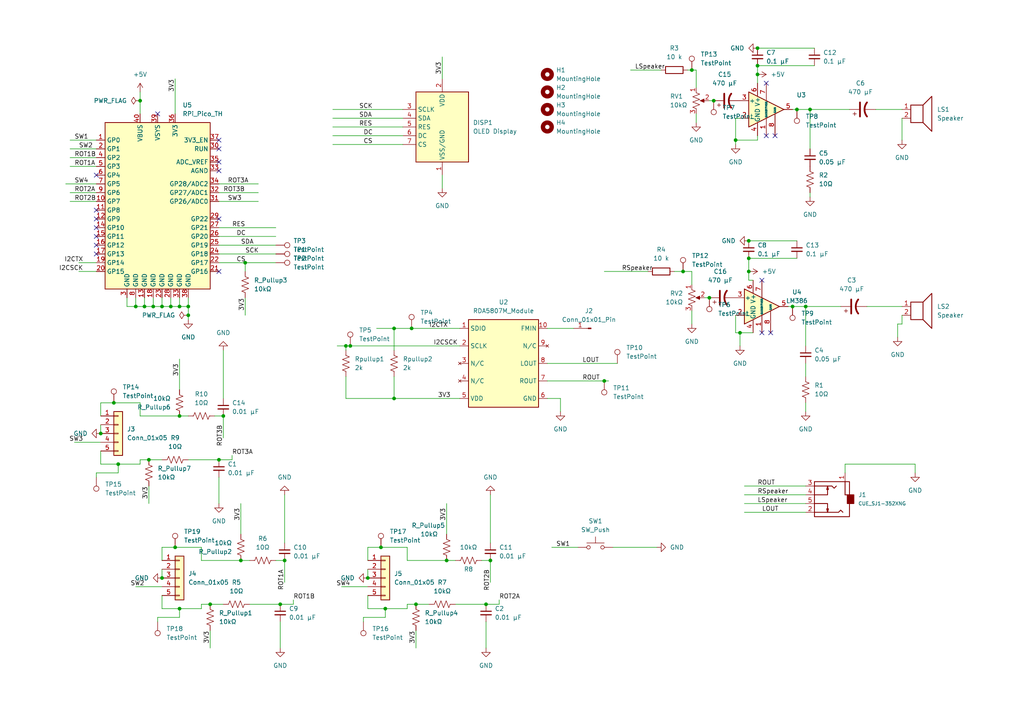
<source format=kicad_sch>
(kicad_sch (version 20250114) (generator "eeschema") (generator_version "9.0")
  (paper "A4")
  (title_block (title "Clock-Radio_Schematic") (date "2025-06-13") (rev "3"))
  (lib_symbols
    (symbol "Amplifier_Audio:LM386" (pin_names (offset 0.127))
      (property "Reference" "U" (at 1.27 7.62 0))
      (property "Value" "LM386" (at 1.27 5.08 0))
      (symbol "LM386_1_1"
        (pin input line (at -7.62 2.54 0) (length 2.54) (name "+") (number "3"))
        (pin input line (at -7.62 -2.54 0) (length 2.54) (name "-") (number "2"))
        (pin power_in line (at -2.54 7.62 270) (length 3.81) (name "V+") (number "6"))
        (pin power_in line (at -2.54 -7.62 90) (length 3.81) (name "GND") (number "4"))
        (pin input line (at 0 7.62 270) (length 5.08) (name "BYPASS") (number "7"))
        (pin input line (at 0 -7.62 90) (length 5.08) (name "GAIN") (number "1"))
        (pin input line (at 2.54 -7.62 90) (length 6.35) (name "GAIN") (number "8"))
        (pin output line (at 7.62 0 180) (length 2.54) (name "~") (number "5"))
      )
    )
    (symbol "Connector:Conn_01x01_Pin" (pin_names (offset 1.016) (hide yes))
      (property "Reference" "J" (at 0 2.54 0))
      (property "Value" "Conn_01x01_Pin" (at 0 -2.54 0))
      (symbol "Conn_01x01_Pin_1_1"
        (pin passive line (at 5.08 0 180) (length 3.81) (name "Pin_1") (number "1"))
      )
    )
    (symbol "Connector:TestPoint" (pin_numbers (hide yes)) (pin_names (offset 0.762) (hide yes))
      (property "Reference" "TP" (at 0 6.858 0))
      (property "Value" "TestPoint" (at 0 5.08 0))
      (symbol "TestPoint_1_1"
        (pin passive line (at 0 0 90) (length 2.54) (name "1") (number "1"))
      )
    )
    (symbol "Connector_Generic:Conn_01x05" (pin_names (offset 1.016) (hide yes))
      (property "Reference" "J" (at 0 7.62 0))
      (property "Value" "Conn_01x05" (at 0 -7.62 0))
      (symbol "Conn_01x05_1_1"
        (pin passive line (at -5.08 5.08 0) (length 3.81) (name "Pin_1") (number "1"))
        (pin passive line (at -5.08 2.54 0) (length 3.81) (name "Pin_2") (number "2"))
        (pin passive line (at -5.08 0 0) (length 3.81) (name "Pin_3") (number "3"))
        (pin passive line (at -5.08 -2.54 0) (length 3.81) (name "Pin_4") (number "4"))
        (pin passive line (at -5.08 -5.08 0) (length 3.81) (name "Pin_5") (number "5"))
      )
    )
    (symbol "Device:C_Polarized_US" (pin_numbers (hide yes)) (pin_names (offset 0.254) (hide yes))
      (property "Reference" "C" (at 0.635 2.54 0))
      (property "Value" "C_Polarized_US" (at 0.635 -2.54 0))
      (symbol "C_Polarized_US_1_1"
        (pin passive line (at 0 3.81 270) (length 2.794) (name "~") (number "1"))
        (pin passive line (at 0 -3.81 90) (length 3.302) (name "~") (number "2"))
      )
    )
    (symbol "Device:C_Small" (pin_numbers (hide yes)) (pin_names (offset 0.254) (hide yes))
      (property "Reference" "C" (at 0.254 1.778 0))
      (property "Value" "C_Small" (at 0.254 -2.032 0))
      (symbol "C_Small_1_1"
        (pin passive line (at 0 2.54 270) (length 2.032) (name "~") (number "1"))
        (pin passive line (at 0 -2.54 90) (length 2.032) (name "~") (number "2"))
      )
    )
    (symbol "Device:R" (pin_numbers (hide yes)) (pin_names (offset 0))
      (property "Reference" "R" (at 2.032 0 90))
      (property "Value" "R" (at 0 0 90))
      (symbol "R_1_1"
        (pin passive line (at 0 3.81 270) (length 1.27) (name "~") (number "1"))
        (pin passive line (at 0 -3.81 90) (length 1.27) (name "~") (number "2"))
      )
    )
    (symbol "Device:R_Potentiometer_US" (pin_names (offset 1.016) (hide yes))
      (property "Reference" "RV" (at -4.445 0 90))
      (property "Value" "R_Potentiometer_US" (at -2.54 0 90))
      (symbol "R_Potentiometer_US_1_1"
        (pin passive line (at 0 3.81 270) (length 1.27) (name "1") (number "1"))
        (pin passive line (at 0 -3.81 90) (length 1.27) (name "3") (number "3"))
        (pin passive line (at 3.81 0 180) (length 1.27) (name "2") (number "2"))
      )
    )
    (symbol "Device:R_US" (pin_numbers (hide yes)) (pin_names (offset 0))
      (property "Reference" "R" (at 2.54 0 90))
      (property "Value" "R_US" (at -2.54 0 90))
      (symbol "R_US_1_1"
        (pin passive line (at 0 3.81 270) (length 1.27) (name "~") (number "1"))
        (pin passive line (at 0 -3.81 90) (length 1.27) (name "~") (number "2"))
      )
    )
    (symbol "Device:Speaker" (pin_names (offset 0) (hide yes))
      (property "Reference" "LS" (at 1.27 5.715 0))
      (property "Value" "Speaker" (at 1.27 3.81 0))
      (symbol "Speaker_1_1"
        (pin input line (at -5.08 0 0) (length 2.54) (name "1") (number "1"))
        (pin input line (at -5.08 -2.54 0) (length 2.54) (name "2") (number "2"))
      )
    )
    (symbol "ECE:CUE_SJ1-352XNG" (pin_names (offset 1.016) (hide yes))
      (property "Reference" "J" (at -3.81 6.35 0))
      (property "Value" "CUE_SJ1-352XNG" (at 3.81 -6.35 0))
      (symbol "CUE_SJ1-352XNG_1_1"
        (pin passive line (at -3.81 -7.62 90) (length 2.54) (name "Sleeve") (number "1"))
        (pin passive line (at 7.62 3.81 180) (length 2.54) (name "Tip") (number "2"))
        (pin passive line (at 7.62 1.27 180) (length 2.54) (name "Ring_Switch") (number "5"))
        (pin passive line (at 7.62 -1.27 180) (length 2.54) (name "Tip_Switch") (number "4"))
        (pin passive line (at 7.62 -3.81 180) (length 2.54) (name "Tip") (number "3"))
      )
    )
    (symbol "ECE:OLED Display"
      (property "Reference" "DISP?" (at 8.89 -1.27 0))
      (property "Value" "OLED Display" (at 8.89 1.27 0))
      (symbol "OLED Display_1_1"
        (pin input line (at -11.43 5.08 0) (length 3.81) (name "SCLK") (number "3"))
        (pin output line (at -11.43 2.54 0) (length 3.81) (name "SDA") (number "4"))
        (pin input line (at -11.43 0 0) (length 3.81) (name "RES") (number "5"))
        (pin input line (at -11.43 -2.54 0) (length 3.81) (name "DC") (number "6"))
        (pin input line (at -11.43 -5.08 0) (length 3.81) (name "CS") (number "7"))
        (pin power_in line (at 0 13.97 270) (length 3.81) (name "VDD") (number "2"))
        (pin power_in line (at 0 -13.97 90) (length 3.81) (name "VSS/GND") (number "1"))
      )
    )
    (symbol "ECE:RDA5807M_Module"
      (property "Reference" "U" (at -8.89 16.51 0))
      (property "Value" "RDA5807M_Module" (at -8.89 13.97 0))
      (symbol "RDA5807M_Module_1_1"
        (pin bidirectional line (at -12.7 10.16 0) (length 2.54) (name "SDIO") (number "1"))
        (pin input line (at -12.7 5.08 0) (length 2.54) (name "SCLK") (number "2"))
        (pin no_connect line (at -12.7 0 0) (length 2.54) (name "N/C") (number "3"))
        (pin no_connect line (at -12.7 -5.08 0) (length 2.54) (name "N/C") (number "4"))
        (pin power_in line (at -12.7 -10.16 0) (length 2.54) (name "VDD") (number "5"))
        (pin input line (at 12.7 10.16 180) (length 2.54) (name "FMIN") (number "10"))
        (pin no_connect line (at 12.7 5.08 180) (length 2.54) (name "N/C") (number "9"))
        (pin output line (at 12.7 0 180) (length 2.54) (name "LOUT") (number "8"))
        (pin output line (at 12.7 -5.08 180) (length 2.54) (name "ROUT") (number "7"))
        (pin power_in line (at 12.7 -10.16 180) (length 2.54) (name "GND") (number "6"))
      )
    )
    (symbol "Mechanical:MountingHole" (pin_names (offset 1.016))
      (property "Reference" "H" (at 0 5.08 0))
      (property "Value" "MountingHole" (at 0 3.175 0))
    )
    (symbol "RPi_Pico_TH_1"
      (property "Reference" "U?" (at 0 1.27 0))
      (property "Value" "RPi_Pico_TH" (at 0 -1.27 0))
      (symbol "RPi_Pico_TH_1_1_1"
        (pin bidirectional line (at -17.78 19.05 0) (length 2.54) (name "GP0") (number "1"))
        (pin bidirectional line (at -17.78 16.51 0) (length 2.54) (name "GP1") (number "2"))
        (pin bidirectional line (at -17.78 13.97 0) (length 2.54) (name "GP2") (number "4"))
        (pin bidirectional line (at -17.78 11.43 0) (length 2.54) (name "GP3") (number "5"))
        (pin bidirectional line (at -17.78 8.89 0) (length 2.54) (name "GP4") (number "6"))
        (pin bidirectional line (at -17.78 6.35 0) (length 2.54) (name "GP5") (number "7"))
        (pin bidirectional line (at -17.78 3.81 0) (length 2.54) (name "GP6") (number "9"))
        (pin bidirectional line (at -17.78 1.27 0) (length 2.54) (name "GP7") (number "10"))
        (pin bidirectional line (at -17.78 -1.27 0) (length 2.54) (name "GP8") (number "11"))
        (pin bidirectional line (at -17.78 -3.81 0) (length 2.54) (name "GP9") (number "12"))
        (pin bidirectional line (at -17.78 -6.35 0) (length 2.54) (name "GP10") (number "14"))
        (pin bidirectional line (at -17.78 -8.89 0) (length 2.54) (name "GP11") (number "15"))
        (pin bidirectional line (at -17.78 -11.43 0) (length 2.54) (name "GP12") (number "16"))
        (pin bidirectional line (at -17.78 -13.97 0) (length 2.54) (name "GP13") (number "17"))
        (pin bidirectional line (at -17.78 -16.51 0) (length 2.54) (name "GP14") (number "19"))
        (pin bidirectional line (at -17.78 -19.05 0) (length 2.54) (name "GP15") (number "20"))
        (pin power_in line (at -8.89 -26.67 90) (length 2.54) (name "GND") (number "3"))
        (pin power_in line (at -6.35 -26.67 90) (length 2.54) (name "GND") (number "8"))
        (pin power_in line (at -5.08 26.67 270) (length 2.54) (name "VBUS") (number "40"))
        (pin power_in line (at -3.81 -26.67 90) (length 2.54) (name "GND") (number "13"))
        (pin power_in line (at -1.27 -26.67 90) (length 2.54) (name "GND") (number "18"))
        (pin power_out line (at 0 26.67 270) (length 2.54) (name "VSYS") (number "39"))
        (pin power_in line (at 1.27 -26.67 90) (length 2.54) (name "GND") (number "23"))
        (pin power_in line (at 3.81 -26.67 90) (length 2.54) (name "GND") (number "28"))
        (pin power_out line (at 5.08 26.67 270) (length 2.54) (name "3V3") (number "36"))
        (pin power_in line (at 6.35 -26.67 90) (length 2.54) (name "GND") (number "33"))
        (pin power_in line (at 8.89 -26.67 90) (length 2.54) (name "GND") (number "38"))
        (pin input line (at 17.78 19.05 180) (length 2.54) (name "3V3_EN") (number "37"))
        (pin input line (at 17.78 16.51 180) (length 2.54) (name "RUN") (number "30"))
        (pin power_in line (at 17.78 12.7 180) (length 2.54) (name "ADC_VREF") (number "35"))
        (pin power_in line (at 17.78 10.16 180) (length 2.54) (name "AGND") (number "33"))
        (pin bidirectional line (at 17.78 6.35 180) (length 2.54) (name "GP28/ADC2") (number "34"))
        (pin bidirectional line (at 17.78 3.81 180) (length 2.54) (name "GP27/ADC1") (number "32"))
        (pin bidirectional line (at 17.78 1.27 180) (length 2.54) (name "GP26/ADC0") (number "31"))
        (pin bidirectional line (at 17.78 -3.81 180) (length 2.54) (name "GP22") (number "29"))
        (pin bidirectional line (at 17.78 -6.35 180) (length 2.54) (name "GP21") (number "27"))
        (pin bidirectional line (at 17.78 -8.89 180) (length 2.54) (name "GP20") (number "26"))
        (pin bidirectional line (at 17.78 -11.43 180) (length 2.54) (name "GP19") (number "25"))
        (pin bidirectional line (at 17.78 -13.97 180) (length 2.54) (name "GP18") (number "24"))
        (pin bidirectional line (at 17.78 -16.51 180) (length 2.54) (name "GP17") (number "22"))
        (pin bidirectional line (at 17.78 -19.05 180) (length 2.54) (name "GP16") (number "21"))
      )
    )
    (symbol "Switch:SW_Push" (pin_numbers (hide yes)) (pin_names (offset 1.016) (hide yes))
      (property "Reference" "SW" (at 1.27 2.54 0))
      (property "Value" "SW_Push" (at 0 -1.524 0))
      (symbol "SW_Push_0_1"
        (pin passive line (at -5.08 0 0) (length 2.54) (name "1") (number "1"))
        (pin passive line (at 5.08 0 180) (length 2.54) (name "2") (number "2"))
      )
    )
    (symbol "power:+5V" (power) (pin_names (offset 0))
      (property "Value" "+5V" (at 0 3.556 0))
      (symbol "+5V_1_1"
        (pin power_in line (at 0 0 90) (length 0) (hide yes) (name "+5V") (number "1"))
      )
    )
    (symbol "power:GND" (power) (pin_names (offset 0))
      (property "Value" "GND" (at 0 -3.81 0))
      (symbol "GND_1_1"
        (pin power_in line (at 0 0 270) (length 0) (hide yes) (name "GND") (number "1"))
      )
    )
    (symbol "power:PWR_FLAG" (power) (pin_numbers (hide yes)) (pin_names (offset 0) (hide yes))
      (property "Value" "PWR_FLAG" (at 0 3.81 0))
      (symbol "PWR_FLAG_0_0"
        (pin power_out line (at 0 0 90) (length 0) (name "pwr") (number "1"))
      )
    )
  )
  (junction (at 114.3 115.57))
  (junction (at 64.77 120.65))
  (junction (at 207.01 29.21))
  (junction (at 46.99 88.9))
  (junction (at 114.3 95.25))
  (junction (at 217.17 74.93))
  (junction (at 217.17 69.85))
  (junction (at 41.91 88.9))
  (junction (at 29.21 125.73))
  (junction (at 217.17 78.74))
  (junction (at 43.18 133.35))
  (junction (at 205.74 86.36))
  (junction (at 119.38 95.25))
  (junction (at 50.8 158.75))
  (junction (at 49.53 88.9))
  (junction (at 54.61 91.44))
  (junction (at 106.68 167.64))
  (junction (at 44.45 88.9))
  (junction (at 140.97 175.26))
  (junction (at 46.99 167.64))
  (junction (at 82.55 162.56))
  (junction (at 39.37 88.9))
  (junction (at 110.49 158.75))
  (junction (at 40.64 29.21))
  (junction (at 219.71 13.97))
  (junction (at 33.02 116.84))
  (junction (at 198.12 78.74))
  (junction (at 233.68 88.9))
  (junction (at 52.07 120.65))
  (junction (at 101.6 100.33))
  (junction (at 52.07 88.9))
  (junction (at 231.14 31.75))
  (junction (at 54.61 88.9))
  (junction (at 120.65 175.26))
  (junction (at 52.07 176.53))
  (junction (at 34.29 134.62))
  (junction (at 219.71 19.05))
  (junction (at 71.12 76.2))
  (junction (at 175.26 110.49))
  (junction (at 200.66 20.32))
  (junction (at 60.96 175.26))
  (junction (at 69.85 162.56))
  (junction (at 234.95 31.75))
  (junction (at 229.87 88.9))
  (junction (at 129.54 162.56))
  (junction (at 213.36 40.64))
  (junction (at 111.76 176.53))
  (junction (at 100.33 100.33))
  (junction (at 81.28 175.26))
  (junction (at 214.63 96.52))
  (junction (at 63.5 133.35))
  (junction (at 142.24 162.56))
  (junction (at 219.71 21.59))
  (no_connect (at 224.79 39.37))
  (no_connect (at 63.5 78.74))
  (no_connect (at 222.25 24.13))
  (no_connect (at 45.72 33.02))
  (no_connect (at 223.52 96.52))
  (no_connect (at 27.94 68.58))
  (no_connect (at 27.94 50.8))
  (no_connect (at 27.94 63.5))
  (no_connect (at 27.94 71.12))
  (no_connect (at 63.5 46.99))
  (no_connect (at 63.5 63.5))
  (no_connect (at 220.98 81.28))
  (no_connect (at 220.98 96.52))
  (no_connect (at 222.25 39.37))
  (no_connect (at 63.5 40.64))
  (no_connect (at 27.94 60.96))
  (no_connect (at 27.94 73.66))
  (no_connect (at 27.94 66.04))
  (no_connect (at 63.5 43.18))
  (no_connect (at 63.5 49.53))
  (wire (pts (xy 62.23 120.65) (xy 64.77 120.65)))
  (wire (pts (xy 29.21 123.19) (xy 29.21 125.73)))
  (wire (pts (xy 162.56 115.57) (xy 162.56 119.38)))
  (wire (pts (xy 139.7 162.56) (xy 142.24 162.56)))
  (wire (pts (xy 29.21 130.81) (xy 29.21 134.62)))
  (wire (pts (xy 63.5 73.66) (xy 80.01 73.66)))
  (wire (pts (xy 85.09 175.26) (xy 85.09 173.99)))
  (wire (pts (xy 204.47 86.36) (xy 205.74 86.36)))
  (wire (pts (xy 111.76 179.07) (xy 111.76 176.53)))
  (wire (pts (xy 41.91 88.9) (xy 44.45 88.9)))
  (wire (pts (xy 20.32 43.18) (xy 27.94 43.18)))
  (wire (pts (xy 199.39 20.32) (xy 200.66 20.32)))
  (wire (pts (xy 58.42 175.26) (xy 60.96 175.26)))
  (wire (pts (xy 182.88 20.32) (xy 191.77 20.32)))
  (wire (pts (xy 219.71 19.05) (xy 236.22 19.05)))
  (wire (pts (xy 140.97 180.34) (xy 140.97 187.96)))
  (wire (pts (xy 105.41 179.07) (xy 111.76 179.07)))
  (wire (pts (xy 265.43 134.62) (xy 245.11 134.62)))
  (wire (pts (xy 22.86 76.2) (xy 27.94 76.2)))
  (wire (pts (xy 100.33 100.33) (xy 100.33 101.6)))
  (wire (pts (xy 96.52 31.75) (xy 116.84 31.75)))
  (wire (pts (xy 215.9 146.05) (xy 233.68 146.05)))
  (wire (pts (xy 106.68 165.1) (xy 106.68 167.64)))
  (wire (pts (xy 46.99 86.36) (xy 46.99 88.9)))
  (wire (pts (xy 106.68 176.53) (xy 111.76 176.53)))
  (wire (pts (xy 71.12 76.2) (xy 71.12 78.74)))
  (wire (pts (xy 114.3 109.22) (xy 114.3 115.57)))
  (wire (pts (xy 214.63 34.29) (xy 213.36 34.29)))
  (wire (pts (xy 46.99 172.72) (xy 46.99 176.53)))
  (wire (pts (xy 261.62 34.29) (xy 261.62 40.64)))
  (wire (pts (xy 228.6 88.9) (xy 229.87 88.9)))
  (wire (pts (xy 20.32 58.42) (xy 27.94 58.42)))
  (wire (pts (xy 114.3 95.25) (xy 119.38 95.25)))
  (wire (pts (xy 40.64 133.35) (xy 43.18 133.35)))
  (wire (pts (xy 46.99 176.53) (xy 52.07 176.53)))
  (wire (pts (xy 58.42 158.75) (xy 58.42 162.56)))
  (wire (pts (xy 215.9 148.59) (xy 233.68 148.59)))
  (wire (pts (xy 217.17 81.28) (xy 218.44 81.28)))
  (wire (pts (xy 233.68 88.9) (xy 233.68 100.33)))
  (wire (pts (xy 213.36 91.44) (xy 213.36 96.52)))
  (wire (pts (xy 118.11 176.53) (xy 118.11 175.26)))
  (wire (pts (xy 45.72 179.07) (xy 52.07 179.07)))
  (wire (pts (xy 245.11 134.62) (xy 245.11 137.16)))
  (wire (pts (xy 54.61 133.35) (xy 63.5 133.35)))
  (wire (pts (xy 80.01 162.56) (xy 82.55 162.56)))
  (wire (pts (xy 96.52 34.29) (xy 116.84 34.29)))
  (wire (pts (xy 69.85 162.56) (xy 72.39 162.56)))
  (wire (pts (xy 229.87 88.9) (xy 233.68 88.9)))
  (wire (pts (xy 195.58 78.74) (xy 198.12 78.74)))
  (wire (pts (xy 64.77 101.6) (xy 64.77 115.57)))
  (wire (pts (xy 100.33 109.22) (xy 100.33 115.57)))
  (wire (pts (xy 200.66 20.32) (xy 201.93 20.32)))
  (wire (pts (xy 219.71 21.59) (xy 219.71 24.13)))
  (wire (pts (xy 219.71 13.97) (xy 236.22 13.97)))
  (wire (pts (xy 39.37 170.18) (xy 46.99 170.18)))
  (wire (pts (xy 63.5 58.42) (xy 74.93 58.42)))
  (wire (pts (xy 43.18 140.97) (xy 43.18 146.05)))
  (wire (pts (xy 63.5 138.43) (xy 63.5 146.05)))
  (wire (pts (xy 118.11 175.26) (xy 120.65 175.26)))
  (wire (pts (xy 82.55 143.51) (xy 82.55 157.48)))
  (wire (pts (xy 119.38 95.25) (xy 133.35 95.25)))
  (wire (pts (xy 265.43 137.16) (xy 265.43 134.62)))
  (wire (pts (xy 215.9 140.97) (xy 233.68 140.97)))
  (wire (pts (xy 234.95 31.75) (xy 246.38 31.75)))
  (wire (pts (xy 33.02 116.84) (xy 29.21 116.84)))
  (wire (pts (xy 100.33 100.33) (xy 101.6 100.33)))
  (wire (pts (xy 63.5 53.34) (xy 74.93 53.34)))
  (wire (pts (xy 129.54 162.56) (xy 132.08 162.56)))
  (wire (pts (xy 129.54 162.56) (xy 118.11 162.56)))
  (wire (pts (xy 60.96 182.88) (xy 60.96 187.96)))
  (wire (pts (xy 217.17 74.93) (xy 217.17 78.74)))
  (wire (pts (xy 158.75 105.41) (xy 179.07 105.41)))
  (wire (pts (xy 175.26 110.49) (xy 176.53 110.49)))
  (wire (pts (xy 20.32 40.64) (xy 27.94 40.64)))
  (wire (pts (xy 160.02 158.75) (xy 167.64 158.75)))
  (wire (pts (xy 60.96 175.26) (xy 64.77 175.26)))
  (wire (pts (xy 261.62 93.98) (xy 260.35 93.98)))
  (wire (pts (xy 120.65 182.88) (xy 120.65 187.96)))
  (wire (pts (xy 50.8 158.75) (xy 46.99 158.75)))
  (wire (pts (xy 20.32 45.72) (xy 27.94 45.72)))
  (wire (pts (xy 105.41 180.34) (xy 105.41 179.07)))
  (wire (pts (xy 63.5 66.04) (xy 80.01 66.04)))
  (wire (pts (xy 96.52 36.83) (xy 116.84 36.83)))
  (wire (pts (xy 111.76 176.53) (xy 118.11 176.53)))
  (wire (pts (xy 58.42 176.53) (xy 58.42 175.26)))
  (wire (pts (xy 200.66 90.17) (xy 200.66 93.98)))
  (wire (pts (xy 69.85 154.94) (xy 69.85 146.05)))
  (wire (pts (xy 114.3 95.25) (xy 114.3 101.6)))
  (wire (pts (xy 118.11 158.75) (xy 118.11 162.56)))
  (wire (pts (xy 101.6 100.33) (xy 133.35 100.33)))
  (wire (pts (xy 177.8 158.75) (xy 190.5 158.75)))
  (wire (pts (xy 175.26 78.74) (xy 187.96 78.74)))
  (wire (pts (xy 63.5 55.88) (xy 74.93 55.88)))
  (wire (pts (xy 69.85 162.56) (xy 58.42 162.56)))
  (wire (pts (xy 214.63 96.52) (xy 214.63 100.33)))
  (wire (pts (xy 100.33 115.57) (xy 114.3 115.57)))
  (wire (pts (xy 21.59 128.27) (xy 29.21 128.27)))
  (wire (pts (xy 40.64 116.84) (xy 33.02 116.84)))
  (wire (pts (xy 110.49 158.75) (xy 106.68 158.75)))
  (wire (pts (xy 50.8 22.86) (xy 50.8 33.02)))
  (wire (pts (xy 219.71 19.05) (xy 219.71 21.59)))
  (wire (pts (xy 46.99 88.9) (xy 49.53 88.9)))
  (wire (pts (xy 45.72 180.34) (xy 45.72 179.07)))
  (wire (pts (xy 234.95 31.75) (xy 234.95 43.18)))
  (wire (pts (xy 118.11 158.75) (xy 110.49 158.75)))
  (wire (pts (xy 46.99 158.75) (xy 46.99 162.56)))
  (wire (pts (xy 27.94 138.43) (xy 27.94 137.16)))
  (wire (pts (xy 64.77 120.65) (xy 64.77 127)))
  (wire (pts (xy 36.83 88.9) (xy 39.37 88.9)))
  (wire (pts (xy 82.55 162.56) (xy 82.55 168.91)))
  (wire (pts (xy 144.78 175.26) (xy 144.78 173.99)))
  (wire (pts (xy 19.05 53.34) (xy 27.94 53.34)))
  (wire (pts (xy 201.93 33.02) (xy 201.93 35.56)))
  (wire (pts (xy 96.52 39.37) (xy 116.84 39.37)))
  (wire (pts (xy 217.17 74.93) (xy 231.14 74.93)))
  (wire (pts (xy 52.07 120.65) (xy 54.61 120.65)))
  (wire (pts (xy 158.75 115.57) (xy 162.56 115.57)))
  (wire (pts (xy 254 31.75) (xy 261.62 31.75)))
  (wire (pts (xy 71.12 86.36) (xy 71.12 91.44)))
  (wire (pts (xy 142.24 162.56) (xy 142.24 168.91)))
  (wire (pts (xy 109.22 95.25) (xy 114.3 95.25)))
  (wire (pts (xy 260.35 93.98) (xy 260.35 97.79)))
  (wire (pts (xy 63.5 76.2) (xy 71.12 76.2)))
  (wire (pts (xy 49.53 86.36) (xy 49.53 88.9)))
  (wire (pts (xy 40.64 29.21) (xy 40.64 33.02)))
  (wire (pts (xy 132.08 175.26) (xy 140.97 175.26)))
  (wire (pts (xy 217.17 78.74) (xy 217.17 81.28)))
  (wire (pts (xy 251.46 88.9) (xy 261.62 88.9)))
  (wire (pts (xy 20.32 48.26) (xy 27.94 48.26)))
  (wire (pts (xy 140.97 175.26) (xy 144.78 175.26)))
  (wire (pts (xy 43.18 133.35) (xy 46.99 133.35)))
  (wire (pts (xy 233.68 105.41) (xy 233.68 109.22)))
  (wire (pts (xy 52.07 86.36) (xy 52.07 88.9)))
  (wire (pts (xy 39.37 86.36) (xy 39.37 88.9)))
  (wire (pts (xy 81.28 180.34) (xy 81.28 187.96)))
  (wire (pts (xy 44.45 88.9) (xy 46.99 88.9)))
  (wire (pts (xy 40.64 26.67) (xy 40.64 29.21)))
  (wire (pts (xy 34.29 137.16) (xy 34.29 134.62)))
  (wire (pts (xy 49.53 88.9) (xy 52.07 88.9)))
  (wire (pts (xy 233.68 88.9) (xy 243.84 88.9)))
  (wire (pts (xy 114.3 115.57) (xy 133.35 115.57)))
  (wire (pts (xy 63.5 133.35) (xy 67.31 133.35)))
  (wire (pts (xy 52.07 88.9) (xy 54.61 88.9)))
  (wire (pts (xy 67.31 133.35) (xy 67.31 132.08)))
  (wire (pts (xy 97.79 100.33) (xy 100.33 100.33)))
  (wire (pts (xy 81.28 175.26) (xy 85.09 175.26)))
  (wire (pts (xy 158.75 110.49) (xy 175.26 110.49)))
  (wire (pts (xy 233.68 116.84) (xy 233.68 119.38)))
  (wire (pts (xy 234.95 55.88) (xy 234.95 57.15)))
  (wire (pts (xy 215.9 143.51) (xy 233.68 143.51)))
  (wire (pts (xy 217.17 69.85) (xy 231.14 69.85)))
  (wire (pts (xy 229.87 31.75) (xy 231.14 31.75)))
  (wire (pts (xy 213.36 96.52) (xy 214.63 96.52)))
  (wire (pts (xy 205.74 29.21) (xy 207.01 29.21)))
  (wire (pts (xy 46.99 165.1) (xy 46.99 167.64)))
  (wire (pts (xy 54.61 91.44) (xy 54.61 92.71)))
  (wire (pts (xy 20.32 55.88) (xy 27.94 55.88)))
  (wire (pts (xy 54.61 88.9) (xy 54.61 91.44)))
  (wire (pts (xy 58.42 158.75) (xy 50.8 158.75)))
  (wire (pts (xy 27.94 137.16) (xy 34.29 137.16)))
  (wire (pts (xy 40.64 134.62) (xy 40.64 133.35)))
  (wire (pts (xy 52.07 120.65) (xy 40.64 120.65)))
  (wire (pts (xy 120.65 175.26) (xy 124.46 175.26)))
  (wire (pts (xy 201.93 25.4) (xy 201.93 20.32)))
  (wire (pts (xy 106.68 172.72) (xy 106.68 176.53)))
  (wire (pts (xy 36.83 86.36) (xy 36.83 88.9)))
  (wire (pts (xy 200.66 78.74) (xy 200.66 82.55)))
  (wire (pts (xy 22.86 78.74) (xy 27.94 78.74)))
  (wire (pts (xy 213.36 34.29) (xy 213.36 40.64)))
  (wire (pts (xy 106.68 158.75) (xy 106.68 162.56)))
  (wire (pts (xy 213.36 40.64) (xy 213.36 41.91)))
  (wire (pts (xy 158.75 95.25) (xy 166.37 95.25)))
  (wire (pts (xy 34.29 134.62) (xy 40.64 134.62)))
  (wire (pts (xy 52.07 113.03) (xy 52.07 104.14)))
  (wire (pts (xy 29.21 134.62) (xy 34.29 134.62)))
  (wire (pts (xy 129.54 154.94) (xy 129.54 146.05)))
  (wire (pts (xy 29.21 116.84) (xy 29.21 120.65)))
  (wire (pts (xy 44.45 86.36) (xy 44.45 88.9)))
  (wire (pts (xy 219.71 39.37) (xy 219.71 40.64)))
  (wire (pts (xy 40.64 116.84) (xy 40.64 120.65)))
  (wire (pts (xy 142.24 143.51) (xy 142.24 157.48)))
  (wire (pts (xy 52.07 179.07) (xy 52.07 176.53)))
  (wire (pts (xy 198.12 78.74) (xy 200.66 78.74)))
  (wire (pts (xy 54.61 86.36) (xy 54.61 88.9)))
  (wire (pts (xy 99.06 170.18) (xy 106.68 170.18)))
  (wire (pts (xy 96.52 41.91) (xy 116.84 41.91)))
  (wire (pts (xy 41.91 86.36) (xy 41.91 88.9)))
  (wire (pts (xy 214.63 96.52) (xy 218.44 96.52)))
  (wire (pts (xy 261.62 91.44) (xy 261.62 93.98)))
  (wire (pts (xy 128.27 50.8) (xy 128.27 54.61)))
  (wire (pts (xy 213.36 40.64) (xy 219.71 40.64)))
  (wire (pts (xy 63.5 68.58) (xy 80.01 68.58)))
  (wire (pts (xy 52.07 176.53) (xy 58.42 176.53)))
  (wire (pts (xy 72.39 175.26) (xy 81.28 175.26)))
  (wire (pts (xy 128.27 16.51) (xy 128.27 22.86)))
  (wire (pts (xy 63.5 71.12) (xy 80.01 71.12)))
  (wire (pts (xy 231.14 31.75) (xy 234.95 31.75)))
  (wire (pts (xy 71.12 76.2) (xy 80.01 76.2)))
  (wire (pts (xy 39.37 88.9) (xy 41.91 88.9)))
  (label "I2CSCK" (at 125.73 100.33 0))
  (label "SDA" (at 69.85 71.12 0))
  (label "I2CTX" (at 24.13 76.2 180))
  (label "ROT3B" (at 64.77 123.19 270))
  (label "ROT2B" (at 142.24 165.1 270))
  (label "ROT3A" (at 66.04 53.34 0))
  (label "LOUT" (at 168.91 105.41 0))
  (label "SCK" (at 104.14 31.75 0))
  (label "ROT1A" (at 21.59 48.26 0))
  (label "RES" (at 104.14 36.83 0))
  (label "LSpeaker" (at 219.71 146.05 0))
  (label "ROT1A" (at 82.55 165.1 270))
  (label "ROT2A" (at 144.78 173.99 0))
  (label "3V3" (at 128.27 21.59 90))
  (label "DC" (at 105.41 39.37 0))
  (label "SW3" (at 66.04 58.42 0))
  (label "3V3" (at 129.54 147.32 270))
  (label "SW2" (at 41.91 170.18 180))
  (label "3V3" (at 127 115.57 0))
  (label "DC" (at 68.58 68.58 0))
  (label "3V3" (at 60.96 186.69 90))
  (label "LOUT" (at 220.98 148.59 0))
  (label "CS" (at 68.58 76.2 0))
  (label "RSpeaker" (at 180.34 78.74 0))
  (label "I2CTX" (at 124.46 95.25 0))
  (label "SW4" (at 101.6 170.18 180))
  (label "ROT1B" (at 85.09 173.99 0))
  (label "SW4" (at 21.59 53.34 0))
  (label "I2CSCK" (at 24.13 78.74 180))
  (label "3V3" (at 50.8 26.67 90))
  (label "3V3" (at 69.85 147.32 270))
  (label "ROUT" (at 219.71 140.97 0))
  (label "3V3" (at 71.12 90.17 90))
  (label "SDA" (at 104.14 34.29 0))
  (label "SW2" (at 22.86 43.18 0))
  (label "ROUT" (at 168.91 110.49 0))
  (label "RES" (at 67.31 66.04 0))
  (label "ROT2A" (at 21.59 55.88 0))
  (label "SCK" (at 71.12 73.66 0))
  (label "ROT3A" (at 67.31 132.08 0))
  (label "3V3" (at 52.07 105.41 270))
  (label "RSpeaker" (at 219.71 143.51 0))
  (label "ROT1B" (at 21.59 45.72 0))
  (label "SW1" (at 161.29 158.75 0))
  (label "SW1" (at 21.59 40.64 0))
  (label "3V3" (at 120.65 186.69 90))
  (label "CS" (at 105.41 41.91 0))
  (label "SW3" (at 24.13 128.27 180))
  (label "3V3" (at 43.18 144.78 90))
  (label "LSpeaker" (at 184.15 20.32 0))
  (label "ROT3B" (at 64.77 55.88 0))
  (label "ROT2B" (at 21.59 58.42 0))
  (symbol (lib_id "Device:R_Potentiometer_US") (at 201.93 29.21 0) (unit 1)
    (property "Reference" "RV1" (at 198.12 27.94 0) (effects (justify right)))
    (property "Value" "10kΩ" (at 199.39 30.48 0) (effects (justify right)))
    (property "Footprint" "Connector_PinHeader_2.54mm:PinHeader_1x03_P2.54mm_Vertical" (effects (hide yes)))
  )
  (symbol (lib_id "Device:R_US") (at 58.42 120.65 270) (unit 1)
    (property "Reference" "R10" (at 58.42 114.3 90))
    (property "Value" "10Ω" (at 58.42 116.84 90))
    (property "Footprint" "Resistor_THT:R_Axial_DIN0207_L6.3mm_D2.5mm_P10.16mm_Horizontal" (effects (hide yes)))
  )
  (symbol (lib_id "power:+5V") (at 219.71 21.59 270) (unit 1)
    (property "Reference" "#PWR024" (effects (hide yes)))
    (property "Value" "+5V" (at 223.52 21.59 90) (effects (justify left)))
  )
  (symbol (lib_id "Connector:TestPoint") (at 205.74 86.36 180) (unit 1)
    (property "Reference" "TP6" (at 208.28 88.392 0) (effects (justify right)))
    (property "Value" "TestPoint" (at 208.28 90.932 0) (effects (justify right)))
    (property "Footprint" "TestPoint:TestPoint_Keystone_5000-5004_Miniature" (effects (hide yes)))
  )
  (symbol (lib_id "power:GND") (at 200.66 93.98 0) (unit 1)
    (property "Reference" "#PWR05" (effects (hide yes)))
    (property "Value" "GND" (at 200.66 99.06 0))
  )
  (symbol (lib_id "Device:R_US") (at 68.58 175.26 90) (unit 1)
    (property "Reference" "R5" (at 68.58 168.91 90))
    (property "Value" "10Ω" (at 68.58 171.45 90))
    (property "Footprint" "Resistor_THT:R_Axial_DIN0207_L6.3mm_D2.5mm_P10.16mm_Horizontal" (effects (hide yes)))
  )
  (symbol (lib_id "Connector:TestPoint") (at 175.26 110.49 180) (unit 1)
    (property "Reference" "TP11" (at 177.8 112.522 0) (effects (justify right)))
    (property "Value" "TestPoint" (at 177.8 115.062 0) (effects (justify right)))
    (property "Footprint" "TestPoint:TestPoint_Keystone_5000-5004_Miniature" (effects (hide yes)))
  )
  (symbol (lib_id "power:GND") (at 63.5 146.05 0) (unit 1)
    (property "Reference" "#PWR09" (effects (hide yes)))
    (property "Value" "GND" (at 63.5 151.13 0))
  )
  (symbol (lib_id "Device:C_Small") (at 81.28 177.8 0) (unit 1)
    (property "Reference" "C9" (at 83.82 176.5363 0) (effects (justify left)))
    (property "Value" "0.01 µF" (at 83.82 179.0763 0) (effects (justify left)))
    (property "Footprint" "Capacitor_THT:C_Axial_L3.8mm_D2.6mm_P7.50mm_Horizontal" (effects (hide yes)))
  )
  (symbol (lib_id "Device:C_Polarized_US") (at 210.82 29.21 90) (unit 1)
    (property "Reference" "C15" (at 210.185 21.59 90))
    (property "Value" "470 µF" (at 210.185 24.13 90))
    (property "Footprint" "Capacitor_THT:CP_Radial_D6.3mm_P2.50mm" (effects (hide yes)))
  )
  (symbol (lib_id "ECE:OLED Display") (at 128.27 36.83 0) (unit 1)
    (property "Reference" "DISP1" (at 137.16 35.56 0) (effects (justify left)))
    (property "Value" "OLED Display" (at 137.16 38.1 0) (effects (justify left)))
    (property "Footprint" "ECE:OLED_Display_1.3" (effects (hide yes)))
  )
  (symbol (lib_id "Device:R_US") (at 52.07 116.84 180) (unit 1)
    (property "Reference" "R_Pullup6" (at 49.53 118.11 0) (effects (justify left)))
    (property "Value" "10kΩ" (at 49.53 115.57 0) (effects (justify left)))
    (property "Footprint" "Resistor_THT:R_Axial_DIN0207_L6.3mm_D2.5mm_P10.16mm_Horizontal" (effects (hide yes)))
  )
  (symbol (lib_id "power:GND") (at 29.21 125.73 270) (unit 1)
    (property "Reference" "#PWR028" (effects (hide yes)))
    (property "Value" "GND" (at 25.4 125.73 90) (effects (justify right)))
  )
  (symbol (lib_id "Connector:TestPoint") (at 33.02 116.84 0) (unit 1)
    (property "Reference" "TP14" (at 35.56 112.268 0) (effects (justify left)))
    (property "Value" "TestPoint" (at 35.56 114.808 0) (effects (justify left)))
    (property "Footprint" "TestPoint:TestPoint_Keystone_5000-5004_Miniature" (effects (hide yes)))
  )
  (symbol (lib_id "power:GND") (at 64.77 101.6 180) (unit 1)
    (property "Reference" "#PWR030" (effects (hide yes)))
    (property "Value" "GND" (at 64.77 96.52 0))
  )
  (symbol (lib_id "power:GND") (at 260.35 97.79 0) (unit 1)
    (property "Reference" "#PWR016" (effects (hide yes)))
    (property "Value" "GND" (at 260.35 102.87 0))
  )
  (symbol (lib_id "power:GND") (at 233.68 119.38 0) (unit 1)
    (property "Reference" "#PWR011" (effects (hide yes)))
    (property "Value" "GND" (at 233.68 124.46 0))
  )
  (symbol (lib_id "power:GND") (at 162.56 119.38 0) (unit 1)
    (property "Reference" "#PWR02" (effects (hide yes)))
    (property "Value" "GND" (at 162.56 124.46 0))
  )
  (symbol (lib_id "Connector:TestPoint") (at 198.12 78.74 0) (unit 1)
    (property "Reference" "TP12" (at 200.66 74.168 0) (effects (justify left)))
    (property "Value" "TestPoint" (at 200.66 76.708 0) (effects (justify left)))
    (property "Footprint" "TestPoint:TestPoint_Keystone_5000-5004_Miniature" (effects (hide yes)))
  )
  (symbol (lib_id "Device:R_US") (at 76.2 162.56 270) (unit 1)
    (property "Reference" "R6" (at 76.2 156.21 90))
    (property "Value" "10Ω" (at 76.2 158.75 90))
    (property "Footprint" "Resistor_THT:R_Axial_DIN0207_L6.3mm_D2.5mm_P10.16mm_Horizontal" (effects (hide yes)))
  )
  (symbol (lib_id "power:GND") (at 128.27 54.61 0) (unit 1)
    (property "Reference" "#PWR013" (effects (hide yes)))
    (property "Value" "GND" (at 128.27 59.69 0))
  )
  (symbol (lib_id "Device:C_Small") (at 219.71 16.51 0) (unit 1)
    (property "Reference" "C7" (at 222.25 15.2463 0) (effects (justify left)))
    (property "Value" "0.1 µF" (at 222.25 17.7863 0) (effects (justify left)))
    (property "Footprint" "Capacitor_SMD:C_0603_1608Metric" (effects (hide yes)))
  )
  (symbol (lib_id "Connector:TestPoint") (at 105.41 180.34 180) (unit 1)
    (property "Reference" "TP16" (at 107.95 182.372 0) (effects (justify right)))
    (property "Value" "TestPoint" (at 107.95 184.912 0) (effects (justify right)))
    (property "Footprint" "TestPoint:TestPoint_Keystone_5000-5004_Miniature" (effects (hide yes)))
  )
  (symbol (lib_id "Connector_Generic:Conn_01x05") (at 52.07 167.64 0) (unit 1)
    (property "Reference" "J4" (at 54.61 166.37 0) (effects (justify left)))
    (property "Value" "Conn_01x05" (at 54.61 168.91 0) (effects (justify left)))
    (property "Footprint" "Connector_PinHeader_2.54mm:PinHeader_1x05_P2.54mm_Vertical" (effects (hide yes)))
  )
  (symbol (lib_id "Device:R_US") (at 135.89 162.56 270) (unit 1)
    (property "Reference" "R8" (at 135.89 165.1 90))
    (property "Value" "10kΩ" (at 135.89 158.75 90))
    (property "Footprint" "Resistor_THT:R_Axial_DIN0207_L6.3mm_D2.5mm_P10.16mm_Horizontal" (effects (hide yes)))
  )
  (symbol (lib_id "Mechanical:MountingHole") (at 158.75 21.59 0) (unit 1)
    (property "Reference" "H1" (at 161.29 20.32 0) (effects (justify left)))
    (property "Value" "MountingHole" (at 161.29 22.86 0) (effects (justify left)))
    (property "Footprint" "MountingHole:MountingHole_3.2mm_M3" (effects (hide yes)))
  )
  (symbol (lib_id "Connector:TestPoint") (at 80.01 71.12 270) (unit 1)
    (property "Reference" "TP3" (at 85.09 69.85 90) (effects (justify left)))
    (property "Value" "TestPoint" (at 85.09 72.39 90) (effects (justify left)))
    (property "Footprint" "TestPoint:TestPoint_Keystone_5000-5004_Miniature" (effects (hide yes)))
  )
  (symbol (lib_id "Device:C_Small") (at 217.17 72.39 0) (unit 1)
    (property "Reference" "C8" (at 219.71 71.1263 0) (effects (justify left)))
    (property "Value" "0.1 µF" (at 219.71 73.6663 0) (effects (justify left)))
    (property "Footprint" "Capacitor_SMD:C_0603_1608Metric" (effects (hide yes)))
  )
  (symbol (lib_id "Device:R_US") (at 233.68 113.03 0) (unit 1)
    (property "Reference" "R1" (at 236.22 111.76 0) (effects (justify left)))
    (property "Value" "10Ω" (at 236.22 114.3 0) (effects (justify left)))
    (property "Footprint" "Resistor_THT:R_Axial_DIN0207_L6.3mm_D2.5mm_P10.16mm_Horizontal" (effects (hide yes)))
  )
  (symbol (lib_id "Device:C_Polarized_US") (at 209.55 86.36 90) (unit 1)
    (property "Reference" "C16" (at 208.915 78.74 90))
    (property "Value" "470 µF" (at 208.915 81.28 90))
    (property "Footprint" "Capacitor_THT:CP_Radial_D6.3mm_P2.50mm" (effects (hide yes)))
  )
  (symbol (lib_id "Mechanical:MountingHole") (at 158.75 31.75 0) (unit 1)
    (property "Reference" "H3" (at 161.29 30.48 0) (effects (justify left)))
    (property "Value" "MountingHole" (at 161.29 33.02 0) (effects (justify left)))
    (property "Footprint" "MountingHole:MountingHole_3.2mm_M3" (effects (hide yes)))
  )
  (symbol (lib_id "Device:R_US") (at 129.54 158.75 180) (unit 1)
    (property "Reference" "R_Pullup5" (at 119.38 152.4 0) (effects (justify right)))
    (property "Value" "10kΩ" (at 121.92 154.94 0) (effects (justify right)))
    (property "Footprint" "Resistor_THT:R_Axial_DIN0207_L6.3mm_D2.5mm_P10.16mm_Horizontal" (effects (hide yes)))
  )
  (symbol (lib_id "Device:C_Polarized_US") (at 247.65 88.9 90) (unit 1)
    (property "Reference" "C3" (at 247.015 81.28 90))
    (property "Value" "470 µF" (at 247.015 83.82 90))
    (property "Footprint" "Capacitor_THT:CP_Radial_D6.3mm_P2.50mm" (effects (hide yes)))
  )
  (symbol (lib_id "power:GND") (at 234.95 57.15 0) (unit 1)
    (property "Reference" "#PWR012" (effects (hide yes)))
    (property "Value" "GND" (at 234.95 62.23 0))
  )
  (symbol (lib_id "Device:Speaker") (at 266.7 88.9 0) (unit 1)
    (property "Reference" "LS2" (at 271.78 88.9 0) (effects (justify left)))
    (property "Value" "Speaker" (at 271.78 91.44 0) (effects (justify left)))
    (property "Footprint" "TerminalBlock_Phoenix:TerminalBlock_Phoenix_MKDS-1,5-2_1x02_P5.00mm_Horizontal" (effects (hide yes)))
  )
  (symbol (lib_id "Device:C_Polarized_US") (at 250.19 31.75 90) (unit 1)
    (property "Reference" "C6" (at 249.555 24.13 90))
    (property "Value" "470 µF" (at 249.555 26.67 90))
    (property "Footprint" "Capacitor_THT:CP_Radial_D6.3mm_P2.50mm" (effects (hide yes)))
  )
  (symbol (lib_id "Device:C_Small") (at 231.14 72.39 0) (unit 1)
    (property "Reference" "C13" (at 233.68 71.1263 0) (effects (justify left)))
    (property "Value" "0.1 µF" (at 233.68 73.6663 0) (effects (justify left)))
    (property "Footprint" "Capacitor_THT:C_Axial_L3.8mm_D2.6mm_P7.50mm_Horizontal" (effects (hide yes)))
  )
  (symbol (lib_id "Mechanical:MountingHole") (at 158.75 26.67 0) (unit 1)
    (property "Reference" "H2" (at 161.29 25.4 0) (effects (justify left)))
    (property "Value" "MountingHole" (at 161.29 27.94 0) (effects (justify left)))
    (property "Footprint" "MountingHole:MountingHole_3.2mm_M3" (effects (hide yes)))
  )
  (symbol (lib_id "power:+5V") (at 40.64 26.67 0) (unit 1)
    (property "Reference" "#PWR04" (effects (hide yes)))
    (property "Value" "+5V" (at 40.64 21.59 0))
  )
  (symbol (lib_id "Device:R_US") (at 128.27 175.26 90) (unit 1)
    (property "Reference" "R7" (at 128.27 168.91 90))
    (property "Value" "10kΩ" (at 128.27 171.45 90))
    (property "Footprint" "Resistor_THT:R_Axial_DIN0207_L6.3mm_D2.5mm_P10.16mm_Horizontal" (effects (hide yes)))
  )
  (symbol (lib_id "ECE:CUE_SJ1-352XNG") (at 241.3 144.78 180) (unit 1)
    (property "Reference" "J1" (at 248.92 143.51 0) (effects (justify right)))
    (property "Value" "CUE_SJ1-352XNG" (at 248.92 146.05 0) (effects (font (size 1.016 1.016)) (justify right)))
    (property "Footprint" "Connector_PinHeader_2.54mm:PinHeader_1x05_P2.54mm_Vertical" (effects (hide yes)))
  )
  (symbol (lib_id "Switch:SW_Push") (at 172.72 158.75 0) (unit 1)
    (property "Reference" "SW1" (at 172.72 151.13 0))
    (property "Value" "SW_Push" (at 172.72 153.67 0))
    (property "Footprint" "Connector_PinHeader_2.54mm:PinHeader_1x02_P2.54mm_Vertical" (effects (hide yes)))
  )
  (symbol (lib_id "Connector:TestPoint") (at 50.8 158.75 0) (unit 1)
    (property "Reference" "TP19" (at 53.34 154.178 0) (effects (justify left)))
    (property "Value" "TestPoint" (at 53.34 156.718 0) (effects (justify left)))
    (property "Footprint" "TestPoint:TestPoint_Keystone_5000-5004_Miniature" (effects (hide yes)))
  )
  (symbol (lib_id "power:GND") (at 142.24 143.51 180) (unit 1)
    (property "Reference" "#PWR019" (effects (hide yes)))
    (property "Value" "GND" (at 142.24 138.43 0))
  )
  (symbol (lib_id "power:GND") (at 82.55 143.51 180) (unit 1)
    (property "Reference" "#PWR023" (effects (hide yes)))
    (property "Value" "GND" (at 82.55 138.43 0))
  )
  (symbol (lib_id "Connector:TestPoint") (at 231.14 31.75 180) (unit 1)
    (property "Reference" "TP8" (at 233.68 33.782 0) (effects (justify right)))
    (property "Value" "TestPoint" (at 233.68 36.322 0) (effects (justify right)))
    (property "Footprint" "TestPoint:TestPoint_Keystone_5000-5004_Miniature" (effects (hide yes)))
  )
  (symbol (lib_id "Device:C_Small") (at 82.55 160.02 0) (unit 1)
    (property "Reference" "C10" (at 85.09 158.7563 0) (effects (justify left)))
    (property "Value" "0.01 µF" (at 85.09 161.2963 0) (effects (justify left)))
    (property "Footprint" "Capacitor_THT:C_Axial_L3.8mm_D2.6mm_P7.50mm_Horizontal" (effects (hide yes)))
  )
  (symbol (lib_id "power:GND") (at 106.68 167.64 270) (unit 1)
    (property "Reference" "#PWR010" (effects (hide yes)))
    (property "Value" "GND" (at 102.87 167.64 90) (effects (justify right)))
  )
  (symbol (lib_id "power:GND") (at 140.97 187.96 0) (unit 1)
    (property "Reference" "#PWR018" (effects (hide yes)))
    (property "Value" "GND" (at 140.97 193.04 0))
  )
  (symbol (lib_id "Device:C_Small") (at 233.68 102.87 0) (unit 1)
    (property "Reference" "C4" (at 236.22 101.6063 0) (effects (justify left)))
    (property "Value" "0.05 µF" (at 236.22 104.1463 0) (effects (justify left)))
    (property "Footprint" "Capacitor_THT:C_Axial_L3.8mm_D2.6mm_P7.50mm_Horizontal" (effects (hide yes)))
  )
  (symbol (lib_id "power:GND") (at 265.43 137.16 0) (unit 1)
    (property "Reference" "#PWR03" (effects (hide yes)))
    (property "Value" "GND" (at 265.43 142.24 0))
  )
  (symbol (lib_id "Connector_Generic:Conn_01x05") (at 111.76 167.64 0) (unit 1)
    (property "Reference" "J5" (at 114.3 166.37 0) (effects (justify left)))
    (property "Value" "Conn_01x05" (at 114.3 168.91 0) (effects (justify left)))
    (property "Footprint" "Connector_PinHeader_2.54mm:PinHeader_1x05_P2.54mm_Vertical" (effects (hide yes)))
  )
  (symbol (lib_id "Device:C_Small") (at 64.77 118.11 0) (unit 1)
    (property "Reference" "C14" (at 67.31 116.8463 0) (effects (justify left)))
    (property "Value" "0.01 µF" (at 67.31 119.3863 0) (effects (justify left)))
    (property "Footprint" "Capacitor_THT:C_Axial_L3.8mm_D2.6mm_P7.50mm_Horizontal" (effects (hide yes)))
  )
  (symbol (lib_id "Connector:TestPoint") (at 80.01 76.2 270) (unit 1)
    (property "Reference" "TP2" (at 85.09 74.93 90) (effects (justify left)))
    (property "Value" "TestPoint" (at 85.09 77.47 90) (effects (justify left)))
    (property "Footprint" "TestPoint:TestPoint_Keystone_5000-5004_Miniature" (effects (hide yes)))
  )
  (symbol (lib_id "Connector:TestPoint") (at 119.38 95.25 0) (unit 1)
    (property "Reference" "TP4" (at 121.92 90.678 0) (effects (justify left)))
    (property "Value" "TestPoint" (at 121.92 93.218 0) (effects (justify left)))
    (property "Footprint" "TestPoint:TestPoint_Keystone_5000-5004_Miniature" (effects (hide yes)))
  )
  (symbol (lib_id "Device:C_Small") (at 142.24 160.02 0) (unit 1)
    (property "Reference" "C11" (at 144.78 158.7563 0) (effects (justify left)))
    (property "Value" "0.01 µF" (at 144.78 161.2963 0) (effects (justify left)))
    (property "Footprint" "Capacitor_THT:C_Axial_L3.8mm_D2.6mm_P7.50mm_Horizontal" (effects (hide yes)))
  )
  (symbol (lib_id "Connector:TestPoint") (at 80.01 73.66 270) (unit 1)
    (property "Reference" "TP1" (at 85.09 72.39 90) (effects (justify left)))
    (property "Value" "TestPoint" (at 85.09 74.93 90) (effects (justify left)))
    (property "Footprint" "TestPoint:TestPoint_Keystone_5000-5004_Miniature" (effects (hide yes)))
  )
  (symbol (lib_id "Device:R_US") (at 71.12 82.55 0) (unit 1)
    (property "Reference" "R_Pullup3" (at 73.66 81.28 0) (effects (justify left)))
    (property "Value" "10kΩ" (at 73.66 83.82 0) (effects (justify left)))
    (property "Footprint" "Resistor_THT:R_Axial_DIN0207_L6.3mm_D2.5mm_P10.16mm_Horizontal" (effects (hide yes)))
  )
  (symbol (lib_id "Device:R_US") (at 43.18 137.16 0) (unit 1)
    (property "Reference" "R_Pullup7" (at 45.72 135.89 0) (effects (justify left)))
    (property "Value" "10kΩ" (at 45.72 138.43 0) (effects (justify left)))
    (property "Footprint" "Resistor_THT:R_Axial_DIN0207_L6.3mm_D2.5mm_P10.16mm_Horizontal" (effects (hide yes)))
  )
  (symbol (lib_id "Connector:TestPoint") (at 229.87 88.9 180) (unit 1)
    (property "Reference" "TP9" (at 232.41 90.932 0) (effects (justify right)))
    (property "Value" "TestPoint" (at 232.41 93.472 0) (effects (justify right)))
    (property "Footprint" "TestPoint:TestPoint_Keystone_5000-5004_Miniature" (effects (hide yes)))
  )
  (symbol (lib_id "Device:R_US") (at 100.33 105.41 0) (unit 1)
    (property "Reference" "Rpullup1" (at 102.87 104.14 0) (effects (justify left)))
    (property "Value" "2k" (at 102.87 106.68 0) (effects (justify left)))
    (property "Footprint" "Resistor_THT:R_Axial_DIN0207_L6.3mm_D2.5mm_P10.16mm_Horizontal" (effects (hide yes)))
  )
  (symbol (lib_id "power:GND") (at 54.61 92.71 0) (unit 1)
    (property "Reference" "#PWR01" (effects (hide yes)))
    (property "Value" "GND" (at 54.61 97.79 0))
  )
  (symbol (lib_id "Amplifier_Audio:LM386") (at 222.25 31.75 0) (unit 1)
    (property "Reference" "U3" (at 232.41 27.5591 0))
    (property "Value" "LM386" (effects (hide yes)))
    (property "Footprint" "LM386N_4:DIP794W45P254L1016H508Q8" (effects (hide yes)))
    (property "Datasheet" "http://www.ti.com/lit/ds/symlink/lm386.pdf" (effects (hide yes)))
  )
  (symbol (lib_id "Device:Speaker") (at 266.7 31.75 0) (unit 1)
    (property "Reference" "LS1" (at 271.78 31.75 0) (effects (justify left)))
    (property "Value" "Speaker" (at 271.78 34.29 0) (effects (justify left)))
    (property "Footprint" "TerminalBlock_Phoenix:TerminalBlock_Phoenix_MKDS-1,5-2_1x02_P5.00mm_Horizontal" (effects (hide yes)))
  )
  (symbol (lib_id "Device:C_Small") (at 63.5 135.89 0) (unit 1)
    (property "Reference" "C1" (at 66.04 134.6263 0) (effects (justify left)))
    (property "Value" "0.01 µF" (at 66.04 137.1663 0) (effects (justify left)))
    (property "Footprint" "Capacitor_THT:C_Axial_L3.8mm_D2.6mm_P7.50mm_Horizontal" (effects (hide yes)))
  )
  (symbol (lib_id "power:GND") (at 81.28 187.96 0) (unit 1)
    (property "Reference" "#PWR022" (effects (hide yes)))
    (property "Value" "GND" (at 81.28 193.04 0))
  )
  (symbol (lib_id "power:PWR_FLAG") (at 54.61 91.44 90) (unit 1)
    (property "Reference" "#FLG02" (effects (hide yes)))
    (property "Value" "PWR_FLAG" (at 50.8 91.44 90) (effects (justify left)))
  )
  (symbol (lib_id "Amplifier_Audio:LM386") (at 220.98 88.9 0) (unit 1)
    (property "Reference" "U4" (at 231.14 84.7091 0))
    (property "Value" "LM386" (at 231.14 87.2491 0))
    (property "Footprint" "LM386N_4:DIP794W45P254L1016H508Q8" (effects (hide yes)))
    (property "Datasheet" "http://www.ti.com/lit/ds/symlink/lm386.pdf" (effects (hide yes)))
  )
  (symbol (lib_id "Device:R") (at 191.77 78.74 90) (unit 1)
    (property "Reference" "R4" (at 191.77 72.39 90))
    (property "Value" "10 k" (at 191.77 74.93 90))
    (property "Footprint" "Resistor_THT:R_Axial_DIN0207_L6.3mm_D2.5mm_P10.16mm_Horizontal" (effects (hide yes)))
  )
  (symbol (lib_id "Connector:TestPoint") (at 101.6 100.33 0) (unit 1)
    (property "Reference" "TP5" (at 104.14 95.758 0) (effects (justify left)))
    (property "Value" "TestPoint" (at 104.14 98.298 0) (effects (justify left)))
    (property "Footprint" "TestPoint:TestPoint_Keystone_5000-5004_Miniature" (effects (hide yes)))
  )
  (symbol (lib_id "Device:C_Small") (at 140.97 177.8 0) (unit 1)
    (property "Reference" "C2" (at 143.51 176.5363 0) (effects (justify left)))
    (property "Value" "0.01 µF" (at 143.51 179.0763 0) (effects (justify left)))
    (property "Footprint" "Capacitor_THT:C_Axial_L3.8mm_D2.6mm_P7.50mm_Horizontal" (effects (hide yes)))
  )
  (symbol (lib_id "Device:C_Small") (at 234.95 45.72 0) (unit 1)
    (property "Reference" "C5" (at 237.49 44.4563 0) (effects (justify left)))
    (property "Value" "0.05 µF" (at 237.49 46.9963 0) (effects (justify left)))
    (property "Footprint" "Capacitor_THT:C_Axial_L3.8mm_D2.6mm_P7.50mm_Horizontal" (effects (hide yes)))
  )
  (symbol (lib_id "power:GND") (at 46.99 167.64 270) (unit 1)
    (property "Reference" "#PWR020" (effects (hide yes)))
    (property "Value" "GND" (at 43.18 167.64 90) (effects (justify right)))
  )
  (symbol (lib_id "ECE:RDA5807M_Module") (at 146.05 105.41 0) (unit 1)
    (property "Reference" "U2" (at 146.05 87.63 0))
    (property "Value" "RDA5807M_Module" (at 146.05 90.17 0))
    (property "Footprint" "ECE:RDA5807M_Module_TH" (effects (hide yes)))
  )
  (symbol (lib_id "power:PWR_FLAG") (at 40.64 29.21 90) (unit 1)
    (property "Reference" "#FLG01" (effects (hide yes)))
    (property "Value" "PWR_FLAG" (at 36.83 29.21 90) (effects (justify left)))
  )
  (symbol (lib_id "Connector:TestPoint") (at 110.49 158.75 0) (unit 1)
    (property "Reference" "TP17" (at 113.03 154.178 0) (effects (justify left)))
    (property "Value" "TestPoint" (at 113.03 156.718 0) (effects (justify left)))
    (property "Footprint" "TestPoint:TestPoint_Keystone_5000-5004_Miniature" (effects (hide yes)))
  )
  (symbol (lib_id "Connector:Conn_01x01_Pin") (at 171.45 95.25 180) (unit 1)
    (property "Reference" "J2" (at 170.815 90.17 0))
    (property "Value" "Conn_01x01_Pin" (at 170.815 92.71 0))
    (property "Footprint" "Connector_Pin:Pin_D1.0mm_L10.0mm_LooseFit" (effects (hide yes)))
  )
  (symbol (lib_id "Device:R_US") (at 234.95 52.07 0) (unit 1)
    (property "Reference" "R2" (at 237.49 50.8 0) (effects (justify left)))
    (property "Value" "10Ω" (at 237.49 53.34 0) (effects (justify left)))
    (property "Footprint" "Resistor_THT:R_Axial_DIN0207_L6.3mm_D2.5mm_P10.16mm_Horizontal" (effects (hide yes)))
  )
  (symbol (lib_id "Device:R") (at 195.58 20.32 270) (unit 1)
    (property "Reference" "R3" (at 195.58 13.97 90))
    (property "Value" "10 k" (at 195.58 16.51 90))
    (property "Footprint" "Resistor_THT:R_Axial_DIN0207_L6.3mm_D2.5mm_P10.16mm_Horizontal" (effects (hide yes)))
  )
  (symbol (lib_id "Device:R_US") (at 50.8 133.35 90) (unit 1)
    (property "Reference" "R9" (at 50.8 127 90))
    (property "Value" "10Ω" (at 50.8 129.54 90))
    (property "Footprint" "Resistor_THT:R_Axial_DIN0207_L6.3mm_D2.5mm_P10.16mm_Horizontal" (effects (hide yes)))
  )
  (symbol (lib_id "power:+5V") (at 217.17 78.74 270) (unit 1)
    (property "Reference" "#PWR025" (effects (hide yes)))
    (property "Value" "+5V" (at 220.98 78.74 90) (effects (justify left)))
  )
  (symbol (lib_id "Device:R_Potentiometer_US") (at 200.66 86.36 0) (unit 1)
    (property "Reference" "RV2" (at 198.12 85.09 0) (effects (justify right)))
    (property "Value" "10kΩ" (at 198.12 87.63 0) (effects (justify right)))
    (property "Footprint" "Connector_PinHeader_2.54mm:PinHeader_1x03_P2.54mm_Vertical" (effects (hide yes)))
  )
  (symbol (lib_id "Device:R_US") (at 69.85 158.75 180) (unit 1)
    (property "Reference" "R_Pullup2" (at 67.31 160.02 0) (effects (justify left)))
    (property "Value" "10kΩ" (at 67.31 157.48 0) (effects (justify left)))
    (property "Footprint" "Resistor_THT:R_Axial_DIN0207_L6.3mm_D2.5mm_P10.16mm_Horizontal" (effects (hide yes)))
  )
  (symbol (lib_id "Device:R_US") (at 60.96 179.07 0) (unit 1)
    (property "Reference" "R_Pullup1" (at 63.5 177.8 0) (effects (justify left)))
    (property "Value" "10kΩ" (at 63.5 180.34 0) (effects (justify left)))
    (property "Footprint" "Resistor_THT:R_Axial_DIN0207_L6.3mm_D2.5mm_P10.16mm_Horizontal" (effects (hide yes)))
  )
  (symbol (lib_id "Device:C_Small") (at 236.22 16.51 0) (unit 1)
    (property "Reference" "C12" (at 238.76 15.2463 0) (effects (justify left)))
    (property "Value" "0.1 µF" (at 238.76 17.7863 0) (effects (justify left)))
    (property "Footprint" "Capacitor_THT:C_Axial_L3.8mm_D2.6mm_P7.50mm_Horizontal" (effects (hide yes)))
  )
  (symbol (lib_id "Connector_Generic:Conn_01x05") (at 34.29 125.73 0) (unit 1)
    (property "Reference" "J3" (at 36.83 124.46 0) (effects (justify left)))
    (property "Value" "Conn_01x05" (at 36.83 127 0) (effects (justify left)))
    (property "Footprint" "Connector_PinHeader_2.54mm:PinHeader_1x05_P2.54mm_Vertical" (effects (hide yes)))
  )
  (symbol (lib_id "Device:R_US") (at 114.3 105.41 0) (unit 1)
    (property "Reference" "Rpullup2" (at 116.84 104.14 0) (effects (justify left)))
    (property "Value" "2k" (at 116.84 106.68 0) (effects (justify left)))
    (property "Footprint" "Resistor_THT:R_Axial_DIN0207_L6.3mm_D2.5mm_P10.16mm_Horizontal" (effects (hide yes)))
  )
  (symbol (lib_id "power:GND") (at 214.63 100.33 0) (unit 1)
    (property "Reference" "#PWR08" (effects (hide yes)))
    (property "Value" "GND" (at 214.63 105.41 0))
  )
  (symbol (lib_id "Mechanical:MountingHole") (at 158.75 36.83 0) (unit 1)
    (property "Reference" "H4" (at 161.29 35.56 0) (effects (justify left)))
    (property "Value" "MountingHole" (at 161.29 38.1 0) (effects (justify left)))
    (property "Footprint" "MountingHole:MountingHole_3.2mm_M3" (effects (hide yes)))
  )
  (symbol (lib_id "power:GND") (at 217.17 69.85 270) (unit 1)
    (property "Reference" "#PWR017" (effects (hide yes)))
    (property "Value" "GND" (at 213.36 69.85 90) (effects (justify right)))
  )
  (symbol (lib_id "Connector:TestPoint") (at 27.94 138.43 180) (unit 1)
    (property "Reference" "TP15" (at 30.48 140.462 0) (effects (justify right)))
    (property "Value" "TestPoint" (at 30.48 143.002 0) (effects (justify right)))
    (property "Footprint" "TestPoint:TestPoint_Keystone_5000-5004_Miniature" (effects (hide yes)))
  )
  (symbol (lib_name "RPi_Pico_TH_1") (lib_id "ECE:RPi_Pico_TH") (at 45.72 59.69 0) (unit 1)
    (property "Reference" "U5" (at 52.9433 30.48 0) (effects (justify left)))
    (property "Value" "RPi_Pico_TH" (at 52.9433 33.02 0) (effects (justify left)))
    (property "Footprint" "ECE:RPi_Pico_TH" (effects (hide yes)))
    (property "Description" "Raspberry Pi Pico" (effects (hide yes)))
  )
  (symbol (lib_id "Connector:TestPoint") (at 200.66 20.32 0) (unit 1)
    (property "Reference" "TP13" (at 203.2 15.748 0) (effects (justify left)))
    (property "Value" "TestPoint" (at 203.2 18.288 0) (effects (justify left)))
    (property "Footprint" "TestPoint:TestPoint_Keystone_5000-5004_Miniature" (effects (hide yes)))
  )
  (symbol (lib_id "power:GND") (at 190.5 158.75 90) (unit 1)
    (property "Reference" "#PWR021" (effects (hide yes)))
    (property "Value" "GND" (at 194.31 158.75 90) (effects (justify right)))
  )
  (symbol (lib_id "power:GND") (at 201.93 35.56 0) (unit 1)
    (property "Reference" "#PWR06" (effects (hide yes)))
    (property "Value" "GND" (at 201.93 40.64 0))
  )
  (symbol (lib_id "Connector:TestPoint") (at 179.07 105.41 0) (unit 1)
    (property "Reference" "TP10" (at 181.61 100.838 0) (effects (justify left)))
    (property "Value" "TestPoint" (at 181.61 103.378 0) (effects (justify left)))
    (property "Footprint" "TestPoint:TestPoint_Keystone_5000-5004_Miniature" (effects (hide yes)))
  )
  (symbol (lib_id "power:GND") (at 261.62 40.64 0) (unit 1)
    (property "Reference" "#PWR015" (effects (hide yes)))
    (property "Value" "GND" (at 261.62 45.72 0))
  )
  (symbol (lib_id "Connector:TestPoint") (at 207.01 29.21 180) (unit 1)
    (property "Reference" "TP7" (at 209.55 31.242 0) (effects (justify right)))
    (property "Value" "TestPoint" (at 209.55 33.782 0) (effects (justify right)))
    (property "Footprint" "TestPoint:TestPoint_Keystone_5000-5004_Miniature" (effects (hide yes)))
  )
  (symbol (lib_id "Device:R_US") (at 120.65 179.07 0) (unit 1)
    (property "Reference" "R_Pullup4" (at 123.19 177.8 0) (effects (justify left)))
    (property "Value" "10kΩ" (at 123.19 180.34 0) (effects (justify left)))
    (property "Footprint" "Resistor_THT:R_Axial_DIN0207_L6.3mm_D2.5mm_P10.16mm_Horizontal" (effects (hide yes)))
  )
  (symbol (lib_id "power:GND") (at 213.36 41.91 0) (unit 1)
    (property "Reference" "#PWR07" (effects (hide yes)))
    (property "Value" "GND" (at 213.36 46.99 0))
  )
  (symbol (lib_id "power:GND") (at 219.71 13.97 270) (unit 1)
    (property "Reference" "#PWR014" (effects (hide yes)))
    (property "Value" "GND" (at 215.9 13.97 90) (effects (justify right)))
  )
  (symbol (lib_id "Connector:TestPoint") (at 45.72 180.34 180) (unit 1)
    (property "Reference" "TP18" (at 48.26 182.372 0) (effects (justify right)))
    (property "Value" "TestPoint" (at 48.26 184.912 0) (effects (justify right)))
    (property "Footprint" "TestPoint:TestPoint_Keystone_5000-5004_Miniature" (effects (hide yes)))
  )
)
</source>
